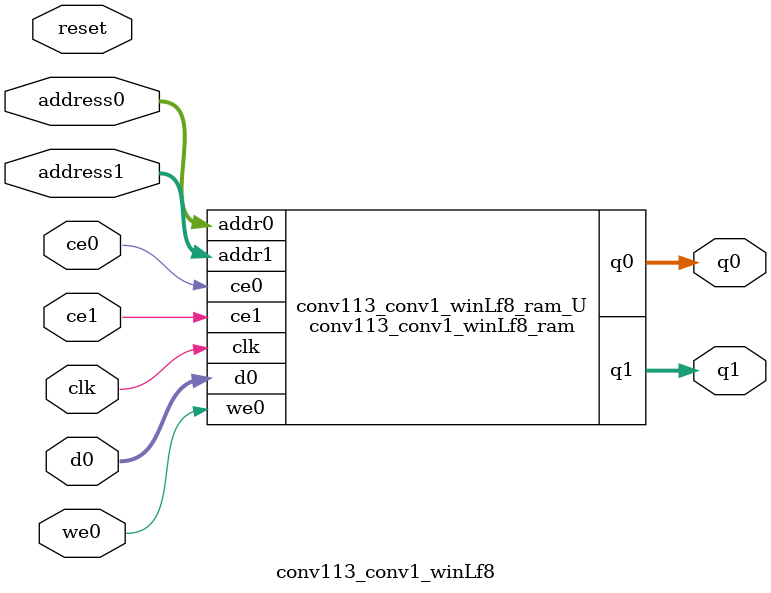
<source format=v>
`timescale 1 ns / 1 ps
module conv113_conv1_winLf8_ram (addr0, ce0, d0, we0, q0, addr1, ce1, q1,  clk);

parameter DWIDTH = 8;
parameter AWIDTH = 2;
parameter MEM_SIZE = 3;

input[AWIDTH-1:0] addr0;
input ce0;
input[DWIDTH-1:0] d0;
input we0;
output reg[DWIDTH-1:0] q0;
input[AWIDTH-1:0] addr1;
input ce1;
output reg[DWIDTH-1:0] q1;
input clk;

(* ram_style = "distributed" *)reg [DWIDTH-1:0] ram[0:MEM_SIZE-1];




always @(posedge clk)  
begin 
    if (ce0) begin
        if (we0) 
            ram[addr0] <= d0; 
        q0 <= ram[addr0];
    end
end


always @(posedge clk)  
begin 
    if (ce1) begin
        q1 <= ram[addr1];
    end
end


endmodule

`timescale 1 ns / 1 ps
module conv113_conv1_winLf8(
    reset,
    clk,
    address0,
    ce0,
    we0,
    d0,
    q0,
    address1,
    ce1,
    q1);

parameter DataWidth = 32'd8;
parameter AddressRange = 32'd3;
parameter AddressWidth = 32'd2;
input reset;
input clk;
input[AddressWidth - 1:0] address0;
input ce0;
input we0;
input[DataWidth - 1:0] d0;
output[DataWidth - 1:0] q0;
input[AddressWidth - 1:0] address1;
input ce1;
output[DataWidth - 1:0] q1;



conv113_conv1_winLf8_ram conv113_conv1_winLf8_ram_U(
    .clk( clk ),
    .addr0( address0 ),
    .ce0( ce0 ),
    .we0( we0 ),
    .d0( d0 ),
    .q0( q0 ),
    .addr1( address1 ),
    .ce1( ce1 ),
    .q1( q1 ));

endmodule


</source>
